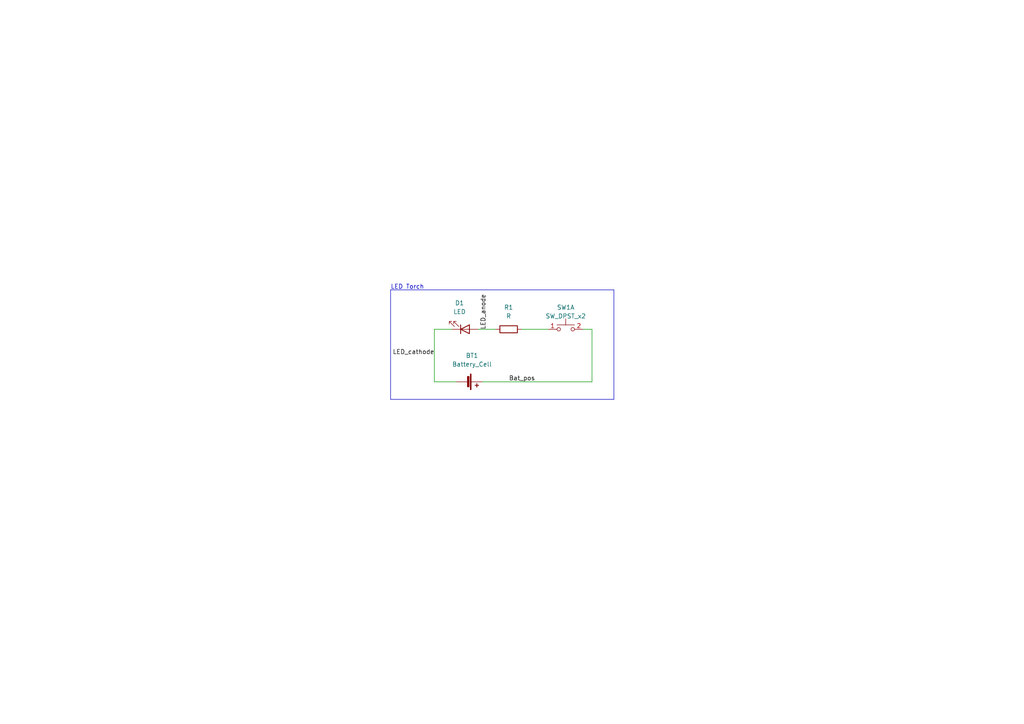
<source format=kicad_sch>
(kicad_sch (version 20230121) (generator eeschema)
  (paper "A4")
  (title_block (title "LED Torch") (date "2023-10-21") (rev "V1.0") (company "Bixyl Labs") (comment 1 "Saviour Dagadu"))
  (lib_symbols
    (symbol "Device:Battery_Cell" (pin_numbers hide) (pin_names (offset 0) hide)
      (property "Reference" "BT" (at 2.54 2.54 0))
      (property "Value" "Battery_Cell" (at 2.54 0 0))
      (symbol "Battery_Cell_0_1"
        (rectangle (start -2.286 1.778) (end 2.286 1.524) (fill (type outline)))
        (rectangle (start -1.5748 1.1938) (end 1.4732 0.6858) (fill (type outline)))
        (polyline (pts (xy 0 0.762) (xy 0 0)))
        (polyline (pts (xy 0 1.778) (xy 0 2.54)))
        (polyline (pts (xy 0.508 3.429) (xy 1.524 3.429)) (stroke (width 0.254)))
        (polyline (pts (xy 1.016 3.937) (xy 1.016 2.921)) (stroke (width 0.254)))
      )
      (symbol "Battery_Cell_1_1"
        (pin passive line (at 0 5.08 270) (length 2.54) (name "+") (number "1"))
        (pin passive line (at 0 -2.54 90) (length 2.54) (name "-") (number "2"))
      )
    )
    (symbol "Device:LED" (pin_numbers hide) (pin_names (offset 1.016) hide)
      (property "Reference" "D" (at 0 2.54 0))
      (property "Value" "LED" (at 0 -2.54 0))
      (symbol "LED_0_1"
        (polyline (pts (xy -1.27 -1.27) (xy -1.27 1.27)) (stroke (width 0.254)))
        (polyline (pts (xy -1.27 0) (xy 1.27 0)))
        (polyline (pts (xy 1.27 -1.27) (xy 1.27 1.27) (xy -1.27 0) (xy 1.27 -1.27)) (stroke (width 0.254)))
        (polyline (pts (xy -3.048 -0.762) (xy -4.572 -2.286) (xy -3.81 -2.286) (xy -4.572 -2.286) (xy -4.572 -1.524)))
        (polyline (pts (xy -1.778 -0.762) (xy -3.302 -2.286) (xy -2.54 -2.286) (xy -3.302 -2.286) (xy -3.302 -1.524)))
      )
      (symbol "LED_1_1"
        (pin passive line (at -3.81 0 0) (length 2.54) (name "K") (number "1"))
        (pin passive line (at 3.81 0 180) (length 2.54) (name "A") (number "2"))
      )
    )
    (symbol "Device:R" (pin_numbers hide) (pin_names (offset 0))
      (property "Reference" "R" (at 2.032 0 90))
      (property "Value" "R" (at 0 0 90))
      (symbol "R_0_1"
        (rectangle (start -1.016 -2.54) (end 1.016 2.54) (stroke (width 0.254)))
      )
      (symbol "R_1_1"
        (pin passive line (at 0 3.81 270) (length 1.27) (name "~") (number "1"))
        (pin passive line (at 0 -3.81 90) (length 1.27) (name "~") (number "2"))
      )
    )
    (symbol "Switch:SW_Push_Dual_x2" (pin_names (offset 1.016) hide)
      (property "Reference" "SW" (at 1.27 2.54 0))
      (property "Value" "SW_Push_Dual_x2" (at 0 -1.524 0))
      (symbol "SW_Push_Dual_x2_0_1"
        (circle (center -2.032 0) (radius 0.508))
        (polyline (pts (xy 0 1.27) (xy 0 3.048)))
        (polyline (pts (xy 2.54 1.27) (xy -2.54 1.27)))
        (circle (center 2.032 0) (radius 0.508))
      )
      (symbol "SW_Push_Dual_x2_1_1"
        (pin passive line (at -5.08 0 0) (length 2.54) (name "C") (number "1"))
        (pin passive line (at 5.08 0 180) (length 2.54) (name "D") (number "2"))
      )
      (symbol "SW_Push_Dual_x2_2_1"
        (pin passive line (at -5.08 0 0) (length 2.54) (name "C") (number "3"))
        (pin passive line (at 5.08 0 180) (length 2.54) (name "D") (number "4"))
      )
    )
  )
  (wire (pts (xy 171.704 95.504) (xy 171.704 110.744)))
  (polyline (pts (xy 113.284 84.074) (xy 178.054 84.074)))
  (polyline (pts (xy 178.054 115.824) (xy 113.284 115.824)))
  (wire (pts (xy 125.984 110.744) (xy 132.334 110.744)))
  (wire (pts (xy 169.164 95.504) (xy 171.704 95.504)))
  (polyline (pts (xy 178.054 84.074) (xy 178.054 115.824)))
  (wire (pts (xy 131.064 95.504) (xy 125.984 95.504)))
  (wire (pts (xy 151.3332 95.504) (xy 159.004 95.504)))
  (wire (pts (xy 125.984 95.504) (xy 125.984 110.744)))
  (polyline (pts (xy 113.284 84.074) (xy 113.284 115.824)))
  (wire (pts (xy 138.684 95.504) (xy 143.7132 95.504)))
  (wire (pts (xy 171.704 110.744) (xy 139.954 110.744)))
  (text "LED Torch" (at 113.284 84.074 0) (effects (font (size 1.27 1.27)) (justify left bottom)))
  (label "LED_anode" (at 141.223 95.5553 90))
  (label "Bat_pos" (at 147.574 110.744 0))
  (label "LED_cathode" (at 125.984 103.124 180))
  (symbol (lib_id "Switch:SW_Push_Dual_x2") (at 164.084 95.504 0) (unit 1)
    (property "Reference" "SW1" (at 164.084 89.154 0))
    (property "Value" "SW_DPST_x2" (at 164.084 91.694 0))
    (property "Footprint" "Button_Switch_THT:SW_Push_2P1T_Toggle_CK_PVA1xxH1xxxxxxV2" (effects hide))
  )
  (symbol (lib_id "Device:Battery_Cell") (at 134.874 110.744 270) (unit 1)
    (property "Reference" "BT1" (at 136.906 103.124 90))
    (property "Value" "Battery_Cell" (at 136.906 105.664 90))
    (property "Footprint" "Battery:BatteryHolder_Keystone_1058_1x2032" (effects hide))
  )
  (symbol (lib_id "Device:R") (at 147.5232 95.504 90) (unit 1)
    (property "Reference" "R1" (at 147.5232 89.154 90))
    (property "Value" "R" (at 147.5232 91.694 90))
    (property "Footprint" "Resistor_THT:R_Axial_DIN0204_L3.6mm_D1.6mm_P7.62mm_Horizontal" (effects hide))
  )
  (symbol (lib_id "Device:LED") (at 134.874 95.504 0) (mirror x) (unit 1)
    (property "Reference" "D1" (at 133.2865 87.884 0))
    (property "Value" "LED" (at 133.2865 90.424 0))
    (property "Footprint" "LED_THT:LED_D5.0mm" (effects hide))
  )
)
</source>
